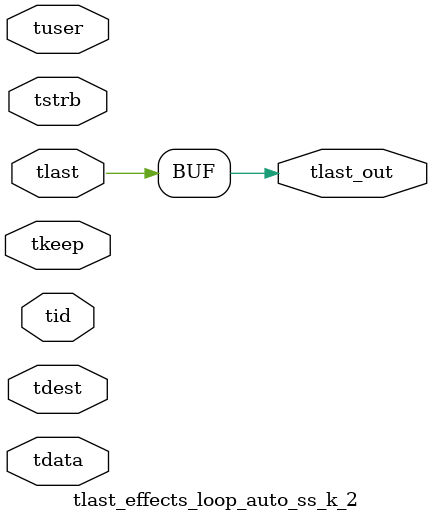
<source format=v>


`timescale 1ps/1ps

module tlast_effects_loop_auto_ss_k_2 #
(
parameter C_S_AXIS_TID_WIDTH   = 1,
parameter C_S_AXIS_TUSER_WIDTH = 0,
parameter C_S_AXIS_TDATA_WIDTH = 0,
parameter C_S_AXIS_TDEST_WIDTH = 0
)
(
input  [(C_S_AXIS_TID_WIDTH   == 0 ? 1 : C_S_AXIS_TID_WIDTH)-1:0       ] tid,
input  [(C_S_AXIS_TDATA_WIDTH == 0 ? 1 : C_S_AXIS_TDATA_WIDTH)-1:0     ] tdata,
input  [(C_S_AXIS_TUSER_WIDTH == 0 ? 1 : C_S_AXIS_TUSER_WIDTH)-1:0     ] tuser,
input  [(C_S_AXIS_TDEST_WIDTH == 0 ? 1 : C_S_AXIS_TDEST_WIDTH)-1:0     ] tdest,
input  [(C_S_AXIS_TDATA_WIDTH/8)-1:0 ] tkeep,
input  [(C_S_AXIS_TDATA_WIDTH/8)-1:0 ] tstrb,
input  [0:0]                                                             tlast,
output                                                                   tlast_out
);

assign tlast_out = {tlast};

endmodule


</source>
